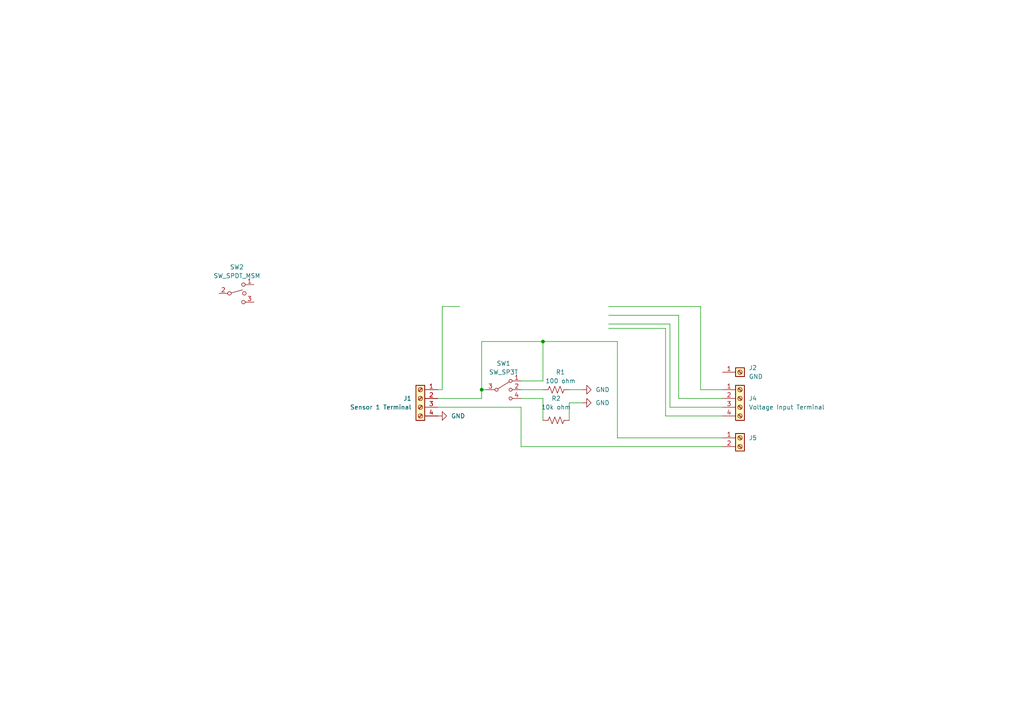
<source format=kicad_sch>
(kicad_sch (version 20230121) (generator eeschema)
  (paper "A4")
  (lib_symbols
    (symbol "Connector:Screw_Terminal_01x01" (pin_names (offset 1.016) hide)
      (property "Reference" "J" (at 0 2.54 0))
      (property "Value" "Screw_Terminal_01x01" (at 0 -2.54 0))
      (symbol "Screw_Terminal_01x01_1_1"
        (rectangle (start -1.27 1.27) (end 1.27 -1.27) (stroke (width 0.254)) (fill (type background)))
        (polyline (pts (xy -0.5334 0.3302) (xy 0.3302 -0.508)) (stroke (width 0.1524)))
        (polyline (pts (xy -0.3556 0.508) (xy 0.508 -0.3302)) (stroke (width 0.1524)))
        (circle (center 0 0) (radius 0.635) (stroke (width 0.1524)))
        (pin passive line (at -5.08 0 0) (length 3.81) (name "Pin_1") (number "1"))
      )
    )
    (symbol "Connector:Screw_Terminal_01x02" (pin_names (offset 1.016) hide)
      (property "Reference" "J" (at 0 2.54 0))
      (property "Value" "Screw_Terminal_01x02" (at 0 -5.08 0))
      (symbol "Screw_Terminal_01x02_1_1"
        (rectangle (start -1.27 1.27) (end 1.27 -3.81) (stroke (width 0.254)) (fill (type background)))
        (circle (center 0 -2.54) (radius 0.635) (stroke (width 0.1524)))
        (polyline (pts (xy -0.5334 -2.2098) (xy 0.3302 -3.048)) (stroke (width 0.1524)))
        (polyline (pts (xy -0.5334 0.3302) (xy 0.3302 -0.508)) (stroke (width 0.1524)))
        (polyline (pts (xy -0.3556 -2.032) (xy 0.508 -2.8702)) (stroke (width 0.1524)))
        (polyline (pts (xy -0.3556 0.508) (xy 0.508 -0.3302)) (stroke (width 0.1524)))
        (circle (center 0 0) (radius 0.635) (stroke (width 0.1524)))
        (pin passive line (at -5.08 0 0) (length 3.81) (name "Pin_1") (number "1"))
        (pin passive line (at -5.08 -2.54 0) (length 3.81) (name "Pin_2") (number "2"))
      )
    )
    (symbol "Connector:Screw_Terminal_01x04" (pin_names (offset 1.016) hide)
      (property "Reference" "J" (at 0 5.08 0))
      (property "Value" "Screw_Terminal_01x04" (at 0 -7.62 0))
      (symbol "Screw_Terminal_01x04_1_1"
        (rectangle (start -1.27 3.81) (end 1.27 -6.35) (stroke (width 0.254)) (fill (type background)))
        (circle (center 0 -5.08) (radius 0.635) (stroke (width 0.1524)))
        (circle (center 0 -2.54) (radius 0.635) (stroke (width 0.1524)))
        (polyline (pts (xy -0.5334 -4.7498) (xy 0.3302 -5.588)) (stroke (width 0.1524)))
        (polyline (pts (xy -0.5334 -2.2098) (xy 0.3302 -3.048)) (stroke (width 0.1524)))
        (polyline (pts (xy -0.5334 0.3302) (xy 0.3302 -0.508)) (stroke (width 0.1524)))
        (polyline (pts (xy -0.5334 2.8702) (xy 0.3302 2.032)) (stroke (width 0.1524)))
        (polyline (pts (xy -0.3556 -4.572) (xy 0.508 -5.4102)) (stroke (width 0.1524)))
        (polyline (pts (xy -0.3556 -2.032) (xy 0.508 -2.8702)) (stroke (width 0.1524)))
        (polyline (pts (xy -0.3556 0.508) (xy 0.508 -0.3302)) (stroke (width 0.1524)))
        (polyline (pts (xy -0.3556 3.048) (xy 0.508 2.2098)) (stroke (width 0.1524)))
        (circle (center 0 0) (radius 0.635) (stroke (width 0.1524)))
        (circle (center 0 2.54) (radius 0.635) (stroke (width 0.1524)))
        (pin passive line (at -5.08 2.54 0) (length 3.81) (name "Pin_1") (number "1"))
        (pin passive line (at -5.08 0 0) (length 3.81) (name "Pin_2") (number "2"))
        (pin passive line (at -5.08 -2.54 0) (length 3.81) (name "Pin_3") (number "3"))
        (pin passive line (at -5.08 -5.08 0) (length 3.81) (name "Pin_4") (number "4"))
      )
    )
    (symbol "Device:R_US" (pin_numbers hide) (pin_names (offset 0))
      (property "Reference" "R" (at 2.54 0 90))
      (property "Value" "R_US" (at -2.54 0 90))
      (symbol "R_US_0_1"
        (polyline (pts (xy 0 -2.286) (xy 0 -2.54)))
        (polyline (pts (xy 0 2.286) (xy 0 2.54)))
        (polyline (pts (xy 0 -0.762) (xy 1.016 -1.143) (xy 0 -1.524) (xy -1.016 -1.905) (xy 0 -2.286)))
        (polyline (pts (xy 0 0.762) (xy 1.016 0.381) (xy 0 0) (xy -1.016 -0.381) (xy 0 -0.762)))
        (polyline (pts (xy 0 2.286) (xy 1.016 1.905) (xy 0 1.524) (xy -1.016 1.143) (xy 0 0.762)))
      )
      (symbol "R_US_1_1"
        (pin passive line (at 0 3.81 270) (length 1.27) (name "~") (number "1"))
        (pin passive line (at 0 -3.81 90) (length 1.27) (name "~") (number "2"))
      )
    )
    (symbol "Switch:SW_SP3T" (pin_names (offset 0) hide)
      (property "Reference" "SW" (at 0 5.08 0))
      (property "Value" "SW_SP3T" (at 0 -5.08 0))
      (symbol "SW_SP3T_0_1"
        (circle (center -2.032 0) (radius 0.4572))
        (polyline (pts (xy -1.651 0.254) (xy 1.651 2.286)))
        (circle (center 2.032 -2.54) (radius 0.4572))
        (circle (center 2.032 0) (radius 0.4572))
        (circle (center 2.032 2.54) (radius 0.4572))
      )
      (symbol "SW_SP3T_1_1"
        (pin passive line (at 5.08 2.54 180) (length 2.54) (name "1") (number "1"))
        (pin passive line (at 5.08 0 180) (length 2.54) (name "2") (number "2"))
        (pin passive line (at -5.08 0 0) (length 2.54) (name "3") (number "3"))
        (pin passive line (at 5.08 -2.54 180) (length 2.54) (name "4") (number "4"))
      )
    )
    (symbol "Switch:SW_SPDT_MSM" (pin_names (offset 0) hide)
      (property "Reference" "SW" (at 0 5.08 0))
      (property "Value" "SW_SPDT_MSM" (at 0 -5.08 0))
      (symbol "SW_SPDT_MSM_0_0"
        (circle (center -2.032 0) (radius 0.508))
        (polyline (pts (xy -1.524 0.127) (xy 1.778 1.016)))
        (circle (center 2.032 -2.54) (radius 0.508))
      )
      (symbol "SW_SPDT_MSM_0_1"
        (circle (center 2.032 2.54) (radius 0.508))
        (circle (center 2.286 0) (radius 0.508))
      )
      (symbol "SW_SPDT_MSM_1_1"
        (pin passive line (at 5.08 2.54 180) (length 2.54) (name "1") (number "1"))
        (pin passive line (at -5.08 0 0) (length 2.54) (name "2") (number "2"))
        (pin passive line (at 5.08 -2.54 180) (length 2.54) (name "3") (number "3"))
      )
    )
    (symbol "power:GND" (power) (pin_names (offset 0))
      (property "Value" "GND" (at 0 -3.81 0))
      (symbol "GND_0_1"
        (polyline (pts (xy 0 0) (xy 0 -1.27) (xy 1.27 -1.27) (xy 0 -2.54) (xy -1.27 -1.27) (xy 0 -1.27)))
      )
      (symbol "GND_1_1"
        (pin power_in line (at 0 0 270) (length 0) hide (name "GND") (number "1"))
      )
    )
  )
  (junction (at 139.7 113.03))
  (junction (at 157.48 99.06))
  (wire (pts (xy 127 118.11) (xy 151.13 118.11)))
  (wire (pts (xy 209.55 118.11) (xy 194.31 118.11)))
  (wire (pts (xy 128.27 88.9) (xy 133.35 88.9)))
  (wire (pts (xy 168.91 116.84) (xy 165.1 116.84)))
  (wire (pts (xy 139.7 99.06) (xy 157.48 99.06)))
  (wire (pts (xy 151.13 129.54) (xy 209.55 129.54)))
  (wire (pts (xy 139.7 115.57) (xy 139.7 113.03)))
  (wire (pts (xy 157.48 99.06) (xy 179.07 99.06)))
  (wire (pts (xy 196.85 115.57) (xy 196.85 91.44)))
  (wire (pts (xy 179.07 127) (xy 209.55 127)))
  (wire (pts (xy 193.04 120.65) (xy 193.04 95.25)))
  (wire (pts (xy 176.53 93.98) (xy 194.31 93.98)))
  (wire (pts (xy 176.53 88.9) (xy 203.2 88.9)))
  (wire (pts (xy 196.85 91.44) (xy 176.53 91.44)))
  (wire (pts (xy 209.55 120.65) (xy 193.04 120.65)))
  (wire (pts (xy 157.48 121.92) (xy 157.48 115.57)))
  (wire (pts (xy 209.55 113.03) (xy 203.2 113.03)))
  (wire (pts (xy 209.55 115.57) (xy 196.85 115.57)))
  (wire (pts (xy 203.2 113.03) (xy 203.2 88.9)))
  (wire (pts (xy 157.48 99.06) (xy 157.48 110.49)))
  (wire (pts (xy 127 115.57) (xy 139.7 115.57)))
  (wire (pts (xy 194.31 118.11) (xy 194.31 93.98)))
  (wire (pts (xy 127 113.03) (xy 128.27 113.03)))
  (wire (pts (xy 165.1 116.84) (xy 165.1 121.92)))
  (wire (pts (xy 151.13 113.03) (xy 157.48 113.03)))
  (wire (pts (xy 139.7 113.03) (xy 139.7 99.06)))
  (wire (pts (xy 165.1 113.03) (xy 168.91 113.03)))
  (wire (pts (xy 157.48 115.57) (xy 151.13 115.57)))
  (wire (pts (xy 179.07 99.06) (xy 179.07 127)))
  (wire (pts (xy 128.27 113.03) (xy 128.27 88.9)))
  (wire (pts (xy 157.48 110.49) (xy 151.13 110.49)))
  (wire (pts (xy 151.13 118.11) (xy 151.13 129.54)))
  (wire (pts (xy 193.04 95.25) (xy 176.53 95.25)))
  (wire (pts (xy 139.7 113.03) (xy 140.97 113.03)))
  (symbol (lib_id "Connector:Screw_Terminal_01x04") (at 214.63 115.57 0) (unit 1)
    (property "Reference" "J4" (at 217.17 115.57 0) (effects (justify left)))
    (property "Value" "Voltage Input Terminal" (at 217.17 118.11 0) (effects (justify left)))
  )
  (symbol (lib_id "power:GND") (at 168.91 116.84 90) (unit 1)
    (property "Reference" "#PWR04" (effects hide))
    (property "Value" "GND" (at 172.72 116.84 90) (effects (justify right)))
  )
  (symbol (lib_id "Connector:Screw_Terminal_01x02") (at 214.63 127 0) (unit 1)
    (property "Reference" "J5" (at 217.17 127 0) (effects (justify left)))
    (property "Value" "Sensor 1 Output" (effects hide))
  )
  (symbol (lib_id "Device:R_US") (at 161.29 121.92 90) (unit 1)
    (property "Reference" "R2" (at 161.29 115.57 90))
    (property "Value" "10k ohm" (at 161.29 118.11 90))
  )
  (symbol (lib_id "Switch:SW_SP3T") (at 146.05 113.03 0) (unit 1)
    (property "Reference" "SW1" (at 146.05 105.41 0))
    (property "Value" "SW_SP3T" (at 146.05 107.95 0))
  )
  (symbol (lib_id "Connector:Screw_Terminal_01x04") (at 121.92 115.57 0) (mirror y) (unit 1)
    (property "Reference" "J1" (at 119.38 115.57 0) (effects (justify left)))
    (property "Value" "Sensor 1 Terminal" (at 119.38 118.11 0) (effects (justify left)))
  )
  (symbol (lib_id "Switch:SW_SPDT_MSM") (at 68.58 85.09 0) (unit 1)
    (property "Reference" "SW2" (at 68.707 77.47 0))
    (property "Value" "SW_SPDT_MSM" (at 68.707 80.01 0))
  )
  (symbol (lib_id "Device:R_US") (at 161.29 113.03 90) (unit 1)
    (property "Reference" "R1" (at 162.56 107.95 90))
    (property "Value" "100 ohm" (at 162.56 110.49 90))
  )
  (symbol (lib_id "Connector:Screw_Terminal_01x01") (at 214.63 107.95 0) (unit 1)
    (property "Reference" "J2" (at 217.17 106.68 0) (effects (justify left)))
    (property "Value" "GND" (at 217.17 109.22 0) (effects (justify left)))
  )
  (symbol (lib_id "power:GND") (at 127 120.65 90) (unit 1)
    (property "Reference" "#PWR01" (effects hide))
    (property "Value" "GND" (at 130.81 120.65 90) (effects (justify right)))
  )
  (symbol (lib_id "power:GND") (at 168.91 113.03 90) (unit 1)
    (property "Reference" "#PWR03" (effects hide))
    (property "Value" "GND" (at 172.72 113.03 90) (effects (justify right)))
  )
)
</source>
